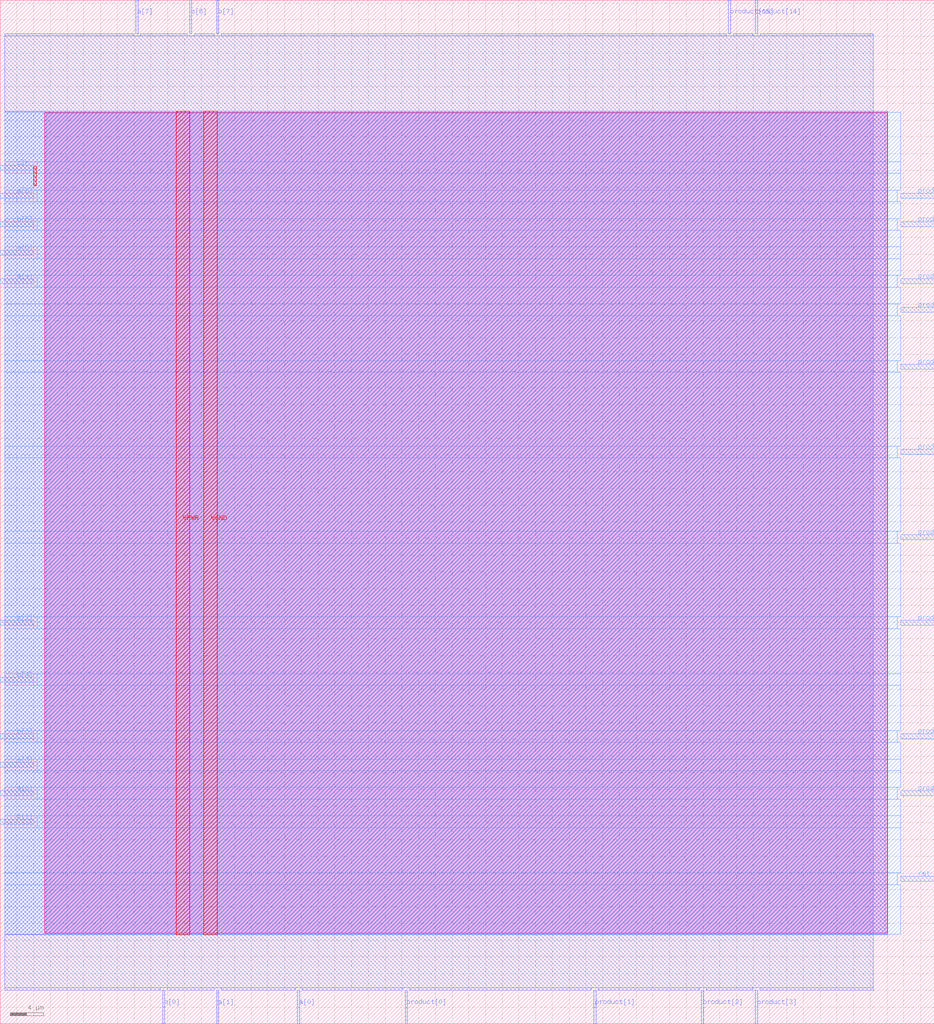
<source format=lef>
VERSION 5.7 ;
  NOWIREEXTENSIONATPIN ON ;
  DIVIDERCHAR "/" ;
  BUSBITCHARS "[]" ;
MACRO mult
  CLASS BLOCK ;
  FOREIGN mult ;
  ORIGIN 0.000 0.000 ;
  SIZE 111.635 BY 122.355 ;
  PIN VGND
    DIRECTION INOUT ;
    USE GROUND ;
    PORT
      LAYER met4 ;
        RECT 24.340 10.640 25.940 109.040 ;
    END
  END VGND
  PIN VPWR
    DIRECTION INOUT ;
    USE POWER ;
    PORT
      LAYER met4 ;
        RECT 21.040 10.640 22.640 109.040 ;
    END
  END VPWR
  PIN a[0]
    DIRECTION INPUT ;
    USE SIGNAL ;
    ANTENNAGATEAREA 0.196500 ;
    PORT
      LAYER met2 ;
        RECT 35.510 0.000 35.790 4.000 ;
    END
  END a[0]
  PIN a[1]
    DIRECTION INPUT ;
    USE SIGNAL ;
    ANTENNAGATEAREA 0.196500 ;
    PORT
      LAYER met2 ;
        RECT 25.850 0.000 26.130 4.000 ;
    END
  END a[1]
  PIN a[2]
    DIRECTION INPUT ;
    USE SIGNAL ;
    ANTENNAGATEAREA 0.196500 ;
    PORT
      LAYER met3 ;
        RECT 0.000 27.240 4.000 27.840 ;
    END
  END a[2]
  PIN a[3]
    DIRECTION INPUT ;
    USE SIGNAL ;
    ANTENNAGATEAREA 0.196500 ;
    PORT
      LAYER met3 ;
        RECT 0.000 30.640 4.000 31.240 ;
    END
  END a[3]
  PIN a[4]
    DIRECTION INPUT ;
    USE SIGNAL ;
    ANTENNAGATEAREA 0.196500 ;
    PORT
      LAYER met3 ;
        RECT 0.000 88.440 4.000 89.040 ;
    END
  END a[4]
  PIN a[5]
    DIRECTION INPUT ;
    USE SIGNAL ;
    ANTENNAGATEAREA 0.196500 ;
    PORT
      LAYER met3 ;
        RECT 0.000 91.840 4.000 92.440 ;
    END
  END a[5]
  PIN a[6]
    DIRECTION INPUT ;
    USE SIGNAL ;
    ANTENNAGATEAREA 0.196500 ;
    PORT
      LAYER met3 ;
        RECT 0.000 98.640 4.000 99.240 ;
    END
  END a[6]
  PIN a[7]
    DIRECTION INPUT ;
    USE SIGNAL ;
    ANTENNAGATEAREA 0.196500 ;
    PORT
      LAYER met2 ;
        RECT 16.190 118.355 16.470 122.355 ;
    END
  END a[7]
  PIN b[0]
    DIRECTION INPUT ;
    USE SIGNAL ;
    ANTENNAGATEAREA 0.196500 ;
    PORT
      LAYER met2 ;
        RECT 19.410 0.000 19.690 4.000 ;
    END
  END b[0]
  PIN b[1]
    DIRECTION INPUT ;
    USE SIGNAL ;
    ANTENNAGATEAREA 0.196500 ;
    PORT
      LAYER met3 ;
        RECT 0.000 23.840 4.000 24.440 ;
    END
  END b[1]
  PIN b[2]
    DIRECTION INPUT ;
    USE SIGNAL ;
    ANTENNAGATEAREA 0.196500 ;
    PORT
      LAYER met3 ;
        RECT 0.000 47.640 4.000 48.240 ;
    END
  END b[2]
  PIN b[3]
    DIRECTION INPUT ;
    USE SIGNAL ;
    ANTENNAGATEAREA 0.196500 ;
    PORT
      LAYER met3 ;
        RECT 0.000 34.040 4.000 34.640 ;
    END
  END b[3]
  PIN b[4]
    DIRECTION INPUT ;
    USE SIGNAL ;
    ANTENNAGATEAREA 0.196500 ;
    PORT
      LAYER met3 ;
        RECT 0.000 40.840 4.000 41.440 ;
    END
  END b[4]
  PIN b[5]
    DIRECTION INPUT ;
    USE SIGNAL ;
    ANTENNAGATEAREA 0.196500 ;
    PORT
      LAYER met3 ;
        RECT 0.000 95.240 4.000 95.840 ;
    END
  END b[5]
  PIN b[6]
    DIRECTION INPUT ;
    USE SIGNAL ;
    ANTENNAGATEAREA 0.196500 ;
    PORT
      LAYER met2 ;
        RECT 22.630 118.355 22.910 122.355 ;
    END
  END b[6]
  PIN b[7]
    DIRECTION INPUT ;
    USE SIGNAL ;
    ANTENNAGATEAREA 0.196500 ;
    PORT
      LAYER met2 ;
        RECT 25.850 118.355 26.130 122.355 ;
    END
  END b[7]
  PIN clk
    DIRECTION INPUT ;
    USE SIGNAL ;
    ANTENNAGATEAREA 0.852000 ;
    PORT
      LAYER met3 ;
        RECT 0.000 102.040 4.000 102.640 ;
    END
  END clk
  PIN product[0]
    DIRECTION OUTPUT ;
    USE SIGNAL ;
    ANTENNADIFFAREA 0.445500 ;
    PORT
      LAYER met2 ;
        RECT 48.390 0.000 48.670 4.000 ;
    END
  END product[0]
  PIN product[10]
    DIRECTION OUTPUT ;
    USE SIGNAL ;
    ANTENNADIFFAREA 0.445500 ;
    PORT
      LAYER met3 ;
        RECT 107.635 85.040 111.635 85.640 ;
    END
  END product[10]
  PIN product[11]
    DIRECTION OUTPUT ;
    USE SIGNAL ;
    ANTENNADIFFAREA 0.445500 ;
    PORT
      LAYER met3 ;
        RECT 107.635 88.440 111.635 89.040 ;
    END
  END product[11]
  PIN product[12]
    DIRECTION OUTPUT ;
    USE SIGNAL ;
    ANTENNADIFFAREA 0.445500 ;
    PORT
      LAYER met3 ;
        RECT 107.635 95.240 111.635 95.840 ;
    END
  END product[12]
  PIN product[13]
    DIRECTION OUTPUT ;
    USE SIGNAL ;
    ANTENNADIFFAREA 0.445500 ;
    PORT
      LAYER met3 ;
        RECT 107.635 98.640 111.635 99.240 ;
    END
  END product[13]
  PIN product[14]
    DIRECTION OUTPUT ;
    USE SIGNAL ;
    ANTENNADIFFAREA 0.445500 ;
    PORT
      LAYER met2 ;
        RECT 90.250 118.355 90.530 122.355 ;
    END
  END product[14]
  PIN product[15]
    DIRECTION OUTPUT ;
    USE SIGNAL ;
    ANTENNADIFFAREA 0.445500 ;
    PORT
      LAYER met2 ;
        RECT 87.030 118.355 87.310 122.355 ;
    END
  END product[15]
  PIN product[1]
    DIRECTION OUTPUT ;
    USE SIGNAL ;
    ANTENNADIFFAREA 0.445500 ;
    PORT
      LAYER met2 ;
        RECT 70.930 0.000 71.210 4.000 ;
    END
  END product[1]
  PIN product[2]
    DIRECTION OUTPUT ;
    USE SIGNAL ;
    ANTENNADIFFAREA 0.445500 ;
    PORT
      LAYER met2 ;
        RECT 83.810 0.000 84.090 4.000 ;
    END
  END product[2]
  PIN product[3]
    DIRECTION OUTPUT ;
    USE SIGNAL ;
    ANTENNADIFFAREA 0.445500 ;
    PORT
      LAYER met2 ;
        RECT 90.250 0.000 90.530 4.000 ;
    END
  END product[3]
  PIN product[4]
    DIRECTION OUTPUT ;
    USE SIGNAL ;
    ANTENNADIFFAREA 0.445500 ;
    PORT
      LAYER met3 ;
        RECT 107.635 27.240 111.635 27.840 ;
    END
  END product[4]
  PIN product[5]
    DIRECTION OUTPUT ;
    USE SIGNAL ;
    ANTENNADIFFAREA 0.445500 ;
    PORT
      LAYER met3 ;
        RECT 107.635 34.040 111.635 34.640 ;
    END
  END product[5]
  PIN product[6]
    DIRECTION OUTPUT ;
    USE SIGNAL ;
    ANTENNADIFFAREA 0.445500 ;
    PORT
      LAYER met3 ;
        RECT 107.635 47.640 111.635 48.240 ;
    END
  END product[6]
  PIN product[7]
    DIRECTION OUTPUT ;
    USE SIGNAL ;
    ANTENNADIFFAREA 0.445500 ;
    PORT
      LAYER met3 ;
        RECT 107.635 57.840 111.635 58.440 ;
    END
  END product[7]
  PIN product[8]
    DIRECTION OUTPUT ;
    USE SIGNAL ;
    ANTENNADIFFAREA 0.445500 ;
    PORT
      LAYER met3 ;
        RECT 107.635 68.040 111.635 68.640 ;
    END
  END product[8]
  PIN product[9]
    DIRECTION OUTPUT ;
    USE SIGNAL ;
    ANTENNADIFFAREA 0.445500 ;
    PORT
      LAYER met3 ;
        RECT 107.635 78.240 111.635 78.840 ;
    END
  END product[9]
  PIN rst
    DIRECTION INPUT ;
    USE SIGNAL ;
    ANTENNAGATEAREA 0.196500 ;
    PORT
      LAYER met3 ;
        RECT 107.635 17.040 111.635 17.640 ;
    END
  END rst
  OBS
      LAYER nwell ;
        RECT 5.330 10.795 105.990 108.885 ;
      LAYER li1 ;
        RECT 5.520 10.795 105.800 108.885 ;
      LAYER met1 ;
        RECT 0.530 10.640 106.100 109.040 ;
      LAYER met2 ;
        RECT 0.550 118.075 15.910 118.355 ;
        RECT 16.750 118.075 22.350 118.355 ;
        RECT 23.190 118.075 25.570 118.355 ;
        RECT 26.410 118.075 86.750 118.355 ;
        RECT 87.590 118.075 89.970 118.355 ;
        RECT 90.810 118.075 104.330 118.355 ;
        RECT 0.550 4.280 104.330 118.075 ;
        RECT 0.550 4.000 19.130 4.280 ;
        RECT 19.970 4.000 25.570 4.280 ;
        RECT 26.410 4.000 35.230 4.280 ;
        RECT 36.070 4.000 48.110 4.280 ;
        RECT 48.950 4.000 70.650 4.280 ;
        RECT 71.490 4.000 83.530 4.280 ;
        RECT 84.370 4.000 89.970 4.280 ;
        RECT 90.810 4.000 104.330 4.280 ;
      LAYER met3 ;
        RECT 0.525 103.040 107.635 108.965 ;
        RECT 4.400 101.640 107.635 103.040 ;
        RECT 0.525 99.640 107.635 101.640 ;
        RECT 4.400 98.240 107.235 99.640 ;
        RECT 0.525 96.240 107.635 98.240 ;
        RECT 4.400 94.840 107.235 96.240 ;
        RECT 0.525 92.840 107.635 94.840 ;
        RECT 4.400 91.440 107.635 92.840 ;
        RECT 0.525 89.440 107.635 91.440 ;
        RECT 4.400 88.040 107.235 89.440 ;
        RECT 0.525 86.040 107.635 88.040 ;
        RECT 0.525 84.640 107.235 86.040 ;
        RECT 0.525 79.240 107.635 84.640 ;
        RECT 0.525 77.840 107.235 79.240 ;
        RECT 0.525 69.040 107.635 77.840 ;
        RECT 0.525 67.640 107.235 69.040 ;
        RECT 0.525 58.840 107.635 67.640 ;
        RECT 0.525 57.440 107.235 58.840 ;
        RECT 0.525 48.640 107.635 57.440 ;
        RECT 4.400 47.240 107.235 48.640 ;
        RECT 0.525 41.840 107.635 47.240 ;
        RECT 4.400 40.440 107.635 41.840 ;
        RECT 0.525 35.040 107.635 40.440 ;
        RECT 4.400 33.640 107.235 35.040 ;
        RECT 0.525 31.640 107.635 33.640 ;
        RECT 4.400 30.240 107.635 31.640 ;
        RECT 0.525 28.240 107.635 30.240 ;
        RECT 4.400 26.840 107.235 28.240 ;
        RECT 0.525 24.840 107.635 26.840 ;
        RECT 4.400 23.440 107.635 24.840 ;
        RECT 0.525 18.040 107.635 23.440 ;
        RECT 0.525 16.640 107.235 18.040 ;
        RECT 0.525 10.715 107.635 16.640 ;
      LAYER met4 ;
        RECT 3.975 100.135 4.305 102.505 ;
  END
END mult
END LIBRARY


</source>
